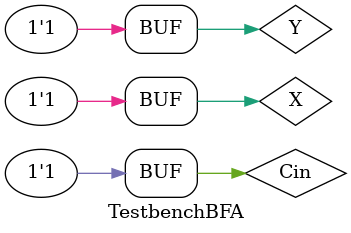
<source format=sv>
`timescale 1ns / 1ps

module TestbenchBFA ();
    logic X, Y, Cin;
    logic S, Cout;
    BehavioralFA dut (X, Y, Cin, S, Cout);
    
    initial begin
    	X = 0; Y = 0; Cin = 0; #10;
    	Cin = 1; #10;
    	Y = 1; Cin = 0; #10
    	Cin = 1; #10; 
    	X = 1; Y = 0; Cin = 0; #10;
    	Cin = 1; #10;
   	 Y = 1; Cin = 0; #10
    	Cin = 1; #10; 
    end    
endmodule


</source>
